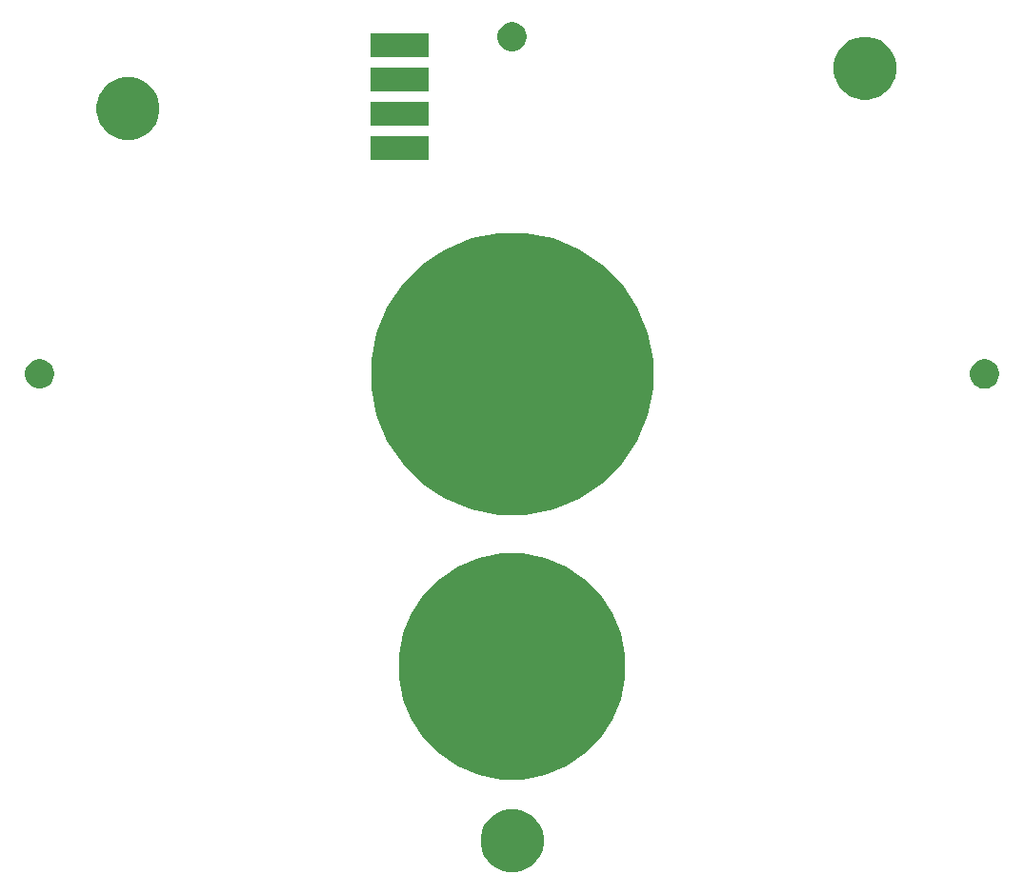
<source format=gbs>
G04 #@! TF.GenerationSoftware,KiCad,Pcbnew,(5.1.5)-3*
G04 #@! TF.CreationDate,2022-01-09T16:05:41+01:00*
G04 #@! TF.ProjectId,plateau allumage,706c6174-6561-4752-9061-6c6c756d6167,rev?*
G04 #@! TF.SameCoordinates,Original*
G04 #@! TF.FileFunction,Soldermask,Bot*
G04 #@! TF.FilePolarity,Negative*
%FSLAX46Y46*%
G04 Gerber Fmt 4.6, Leading zero omitted, Abs format (unit mm)*
G04 Created by KiCad (PCBNEW (5.1.5)-3) date 2022-01-09 16:05:41*
%MOMM*%
%LPD*%
G04 APERTURE LIST*
%ADD10C,0.100000*%
G04 APERTURE END LIST*
D10*
G36*
X128167021Y-140406640D02*
G01*
X128676769Y-140617785D01*
X128676771Y-140617786D01*
X129135534Y-140924321D01*
X129525679Y-141314466D01*
X129832214Y-141773229D01*
X129832215Y-141773231D01*
X130043360Y-142282979D01*
X130151000Y-142824124D01*
X130151000Y-143375876D01*
X130043360Y-143917021D01*
X129832215Y-144426769D01*
X129832214Y-144426771D01*
X129525679Y-144885534D01*
X129135534Y-145275679D01*
X128676771Y-145582214D01*
X128676770Y-145582215D01*
X128676769Y-145582215D01*
X128167021Y-145793360D01*
X127625876Y-145901000D01*
X127074124Y-145901000D01*
X126532979Y-145793360D01*
X126023231Y-145582215D01*
X126023230Y-145582215D01*
X126023229Y-145582214D01*
X125564466Y-145275679D01*
X125174321Y-144885534D01*
X124867786Y-144426771D01*
X124867785Y-144426769D01*
X124656640Y-143917021D01*
X124549000Y-143375876D01*
X124549000Y-142824124D01*
X124656640Y-142282979D01*
X124867785Y-141773231D01*
X124867786Y-141773229D01*
X125174321Y-141314466D01*
X125564466Y-140924321D01*
X126023229Y-140617786D01*
X126023231Y-140617785D01*
X126532979Y-140406640D01*
X127074124Y-140299000D01*
X127625876Y-140299000D01*
X128167021Y-140406640D01*
G37*
G36*
X130261767Y-117935254D02*
G01*
X132090932Y-118692919D01*
X132090934Y-118692920D01*
X133737139Y-119792879D01*
X135137121Y-121192861D01*
X136237080Y-122839066D01*
X136237081Y-122839068D01*
X136994746Y-124668233D01*
X137381000Y-126610062D01*
X137381000Y-128589938D01*
X136994746Y-130531767D01*
X136237081Y-132360932D01*
X136237080Y-132360934D01*
X135137121Y-134007139D01*
X133737139Y-135407121D01*
X132090934Y-136507080D01*
X132090933Y-136507081D01*
X132090932Y-136507081D01*
X130261767Y-137264746D01*
X128319938Y-137651000D01*
X126340062Y-137651000D01*
X124398233Y-137264746D01*
X122569068Y-136507081D01*
X122569067Y-136507081D01*
X122569066Y-136507080D01*
X120922861Y-135407121D01*
X119522879Y-134007139D01*
X118422920Y-132360934D01*
X118422919Y-132360932D01*
X117665254Y-130531767D01*
X117279000Y-128589938D01*
X117279000Y-126610062D01*
X117665254Y-124668233D01*
X118422919Y-122839068D01*
X118422920Y-122839066D01*
X119522879Y-121192861D01*
X120922861Y-119792879D01*
X122569066Y-118692920D01*
X122569068Y-118692919D01*
X124398233Y-117935254D01*
X126340062Y-117549000D01*
X128319938Y-117549000D01*
X130261767Y-117935254D01*
G37*
G36*
X131010991Y-89541327D02*
G01*
X133295126Y-90487447D01*
X133295128Y-90487448D01*
X133812533Y-90833167D01*
X135350796Y-91861001D01*
X137098999Y-93609204D01*
X138472553Y-95664874D01*
X139418673Y-97949009D01*
X139901000Y-100373833D01*
X139901000Y-102846167D01*
X139418673Y-105270991D01*
X138472553Y-107555126D01*
X137098999Y-109610796D01*
X135350796Y-111358999D01*
X133812533Y-112386833D01*
X133295128Y-112732552D01*
X133295127Y-112732553D01*
X133295126Y-112732553D01*
X131010991Y-113678673D01*
X128586167Y-114161000D01*
X126113833Y-114161000D01*
X123689009Y-113678673D01*
X121404874Y-112732553D01*
X121404873Y-112732553D01*
X121404872Y-112732552D01*
X120887467Y-112386833D01*
X119349204Y-111358999D01*
X117601001Y-109610796D01*
X116227447Y-107555126D01*
X115281327Y-105270991D01*
X114799000Y-102846167D01*
X114799000Y-100373833D01*
X115281327Y-97949009D01*
X116227447Y-95664874D01*
X117601001Y-93609204D01*
X119349204Y-91861001D01*
X120887467Y-90833167D01*
X121404872Y-90487448D01*
X121404874Y-90487447D01*
X123689009Y-89541327D01*
X126113833Y-89059000D01*
X128586167Y-89059000D01*
X131010991Y-89541327D01*
G37*
G36*
X169719487Y-100348996D02*
G01*
X169932113Y-100437069D01*
X169956255Y-100447069D01*
X170169339Y-100589447D01*
X170350553Y-100770661D01*
X170486251Y-100973747D01*
X170492932Y-100983747D01*
X170591004Y-101220513D01*
X170641000Y-101471861D01*
X170641000Y-101728139D01*
X170591004Y-101979487D01*
X170497074Y-102206253D01*
X170492931Y-102216255D01*
X170350553Y-102429339D01*
X170169339Y-102610553D01*
X169956255Y-102752931D01*
X169956254Y-102752932D01*
X169956253Y-102752932D01*
X169719487Y-102851004D01*
X169468139Y-102901000D01*
X169211861Y-102901000D01*
X168960513Y-102851004D01*
X168723747Y-102752932D01*
X168723746Y-102752932D01*
X168723745Y-102752931D01*
X168510661Y-102610553D01*
X168329447Y-102429339D01*
X168187069Y-102216255D01*
X168182926Y-102206253D01*
X168088996Y-101979487D01*
X168039000Y-101728139D01*
X168039000Y-101471861D01*
X168088996Y-101220513D01*
X168187068Y-100983747D01*
X168193750Y-100973747D01*
X168329447Y-100770661D01*
X168510661Y-100589447D01*
X168723745Y-100447069D01*
X168747887Y-100437069D01*
X168960513Y-100348996D01*
X169211861Y-100299000D01*
X169468139Y-100299000D01*
X169719487Y-100348996D01*
G37*
G36*
X85719487Y-100338996D02*
G01*
X85956253Y-100437068D01*
X85956255Y-100437069D01*
X85971221Y-100447069D01*
X86169339Y-100579447D01*
X86350553Y-100760661D01*
X86492932Y-100973747D01*
X86591004Y-101210513D01*
X86641000Y-101461861D01*
X86641000Y-101718139D01*
X86591004Y-101969487D01*
X86586861Y-101979488D01*
X86492931Y-102206255D01*
X86350553Y-102419339D01*
X86169339Y-102600553D01*
X85956255Y-102742931D01*
X85956254Y-102742932D01*
X85956253Y-102742932D01*
X85719487Y-102841004D01*
X85468139Y-102891000D01*
X85211861Y-102891000D01*
X84960513Y-102841004D01*
X84723747Y-102742932D01*
X84723746Y-102742932D01*
X84723745Y-102742931D01*
X84510661Y-102600553D01*
X84329447Y-102419339D01*
X84187069Y-102206255D01*
X84093139Y-101979488D01*
X84088996Y-101969487D01*
X84039000Y-101718139D01*
X84039000Y-101461861D01*
X84088996Y-101210513D01*
X84187068Y-100973747D01*
X84329447Y-100760661D01*
X84510661Y-100579447D01*
X84708779Y-100447069D01*
X84723745Y-100437069D01*
X84723747Y-100437068D01*
X84960513Y-100338996D01*
X85211861Y-100289000D01*
X85468139Y-100289000D01*
X85719487Y-100338996D01*
G37*
G36*
X119899000Y-82585000D02*
G01*
X114797000Y-82585000D01*
X114797000Y-80483000D01*
X119899000Y-80483000D01*
X119899000Y-82585000D01*
G37*
G36*
X94017021Y-75306640D02*
G01*
X94526769Y-75517785D01*
X94526771Y-75517786D01*
X94985534Y-75824321D01*
X95375679Y-76214466D01*
X95559116Y-76489000D01*
X95682215Y-76673231D01*
X95893360Y-77182979D01*
X96001000Y-77724124D01*
X96001000Y-78275876D01*
X95893360Y-78817021D01*
X95682215Y-79326769D01*
X95682214Y-79326771D01*
X95375679Y-79785534D01*
X94985534Y-80175679D01*
X94526771Y-80482214D01*
X94526770Y-80482215D01*
X94526769Y-80482215D01*
X94017021Y-80693360D01*
X93475876Y-80801000D01*
X92924124Y-80801000D01*
X92382979Y-80693360D01*
X91873231Y-80482215D01*
X91873230Y-80482215D01*
X91873229Y-80482214D01*
X91414466Y-80175679D01*
X91024321Y-79785534D01*
X90717786Y-79326771D01*
X90717785Y-79326769D01*
X90506640Y-78817021D01*
X90399000Y-78275876D01*
X90399000Y-77724124D01*
X90506640Y-77182979D01*
X90717785Y-76673231D01*
X90840884Y-76489000D01*
X91024321Y-76214466D01*
X91414466Y-75824321D01*
X91873229Y-75517786D01*
X91873231Y-75517785D01*
X92382979Y-75306640D01*
X92924124Y-75199000D01*
X93475876Y-75199000D01*
X94017021Y-75306640D01*
G37*
G36*
X119899000Y-79537000D02*
G01*
X114797000Y-79537000D01*
X114797000Y-77435000D01*
X119899000Y-77435000D01*
X119899000Y-79537000D01*
G37*
G36*
X159527021Y-71716640D02*
G01*
X160036769Y-71927785D01*
X160036771Y-71927786D01*
X160495534Y-72234321D01*
X160885679Y-72624466D01*
X161192214Y-73083229D01*
X161192215Y-73083231D01*
X161403360Y-73592979D01*
X161511000Y-74134124D01*
X161511000Y-74685876D01*
X161403360Y-75227021D01*
X161370380Y-75306641D01*
X161192214Y-75736771D01*
X160885679Y-76195534D01*
X160495534Y-76585679D01*
X160036771Y-76892214D01*
X160036770Y-76892215D01*
X160036769Y-76892215D01*
X159527021Y-77103360D01*
X158985876Y-77211000D01*
X158434124Y-77211000D01*
X157892979Y-77103360D01*
X157383231Y-76892215D01*
X157383230Y-76892215D01*
X157383229Y-76892214D01*
X156924466Y-76585679D01*
X156534321Y-76195534D01*
X156227786Y-75736771D01*
X156049620Y-75306641D01*
X156016640Y-75227021D01*
X155909000Y-74685876D01*
X155909000Y-74134124D01*
X156016640Y-73592979D01*
X156227785Y-73083231D01*
X156227786Y-73083229D01*
X156534321Y-72624466D01*
X156924466Y-72234321D01*
X157383229Y-71927786D01*
X157383231Y-71927785D01*
X157892979Y-71716640D01*
X158434124Y-71609000D01*
X158985876Y-71609000D01*
X159527021Y-71716640D01*
G37*
G36*
X119899000Y-76489000D02*
G01*
X114797000Y-76489000D01*
X114797000Y-74387000D01*
X119899000Y-74387000D01*
X119899000Y-76489000D01*
G37*
G36*
X119899000Y-73441000D02*
G01*
X114797000Y-73441000D01*
X114797000Y-71339000D01*
X119899000Y-71339000D01*
X119899000Y-73441000D01*
G37*
G36*
X127719487Y-70348996D02*
G01*
X127956253Y-70447068D01*
X127956255Y-70447069D01*
X128169339Y-70589447D01*
X128350553Y-70770661D01*
X128492932Y-70983747D01*
X128591004Y-71220513D01*
X128641000Y-71471861D01*
X128641000Y-71728139D01*
X128591004Y-71979487D01*
X128492932Y-72216253D01*
X128492931Y-72216255D01*
X128350553Y-72429339D01*
X128169339Y-72610553D01*
X127956255Y-72752931D01*
X127956254Y-72752932D01*
X127956253Y-72752932D01*
X127719487Y-72851004D01*
X127468139Y-72901000D01*
X127211861Y-72901000D01*
X126960513Y-72851004D01*
X126723747Y-72752932D01*
X126723746Y-72752932D01*
X126723745Y-72752931D01*
X126510661Y-72610553D01*
X126329447Y-72429339D01*
X126187069Y-72216255D01*
X126187068Y-72216253D01*
X126088996Y-71979487D01*
X126039000Y-71728139D01*
X126039000Y-71471861D01*
X126088996Y-71220513D01*
X126187068Y-70983747D01*
X126329447Y-70770661D01*
X126510661Y-70589447D01*
X126723745Y-70447069D01*
X126723747Y-70447068D01*
X126960513Y-70348996D01*
X127211861Y-70299000D01*
X127468139Y-70299000D01*
X127719487Y-70348996D01*
G37*
M02*

</source>
